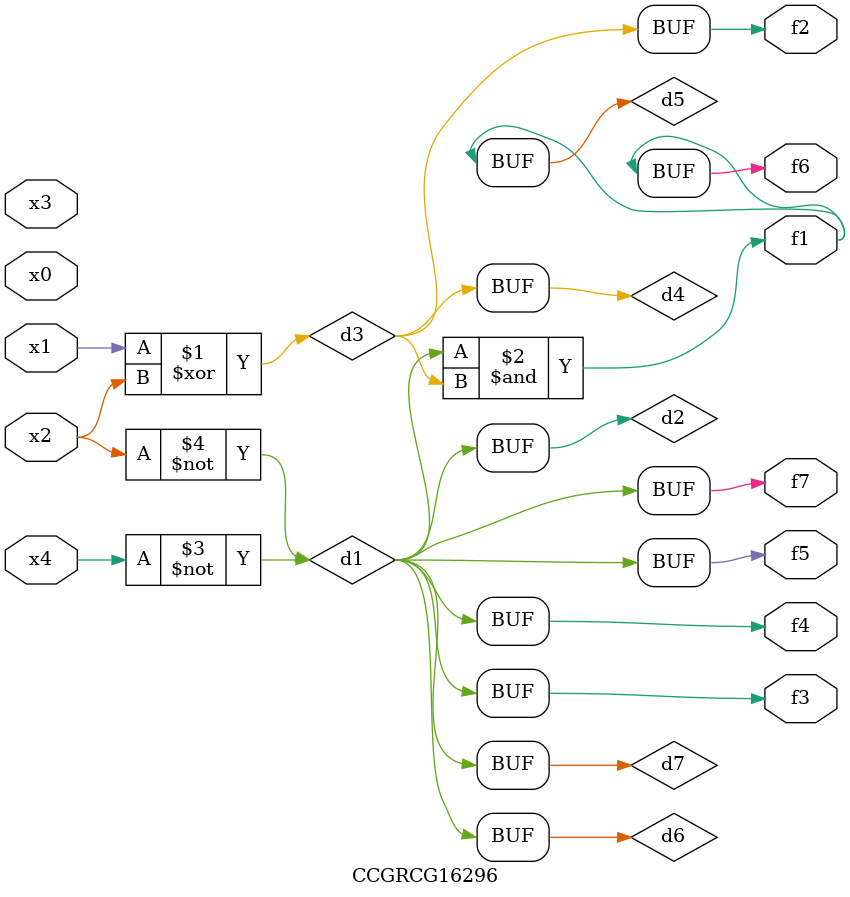
<source format=v>
module CCGRCG16296(
	input x0, x1, x2, x3, x4,
	output f1, f2, f3, f4, f5, f6, f7
);

	wire d1, d2, d3, d4, d5, d6, d7;

	not (d1, x4);
	not (d2, x2);
	xor (d3, x1, x2);
	buf (d4, d3);
	and (d5, d1, d3);
	buf (d6, d1, d2);
	buf (d7, d2);
	assign f1 = d5;
	assign f2 = d4;
	assign f3 = d7;
	assign f4 = d7;
	assign f5 = d7;
	assign f6 = d5;
	assign f7 = d7;
endmodule

</source>
